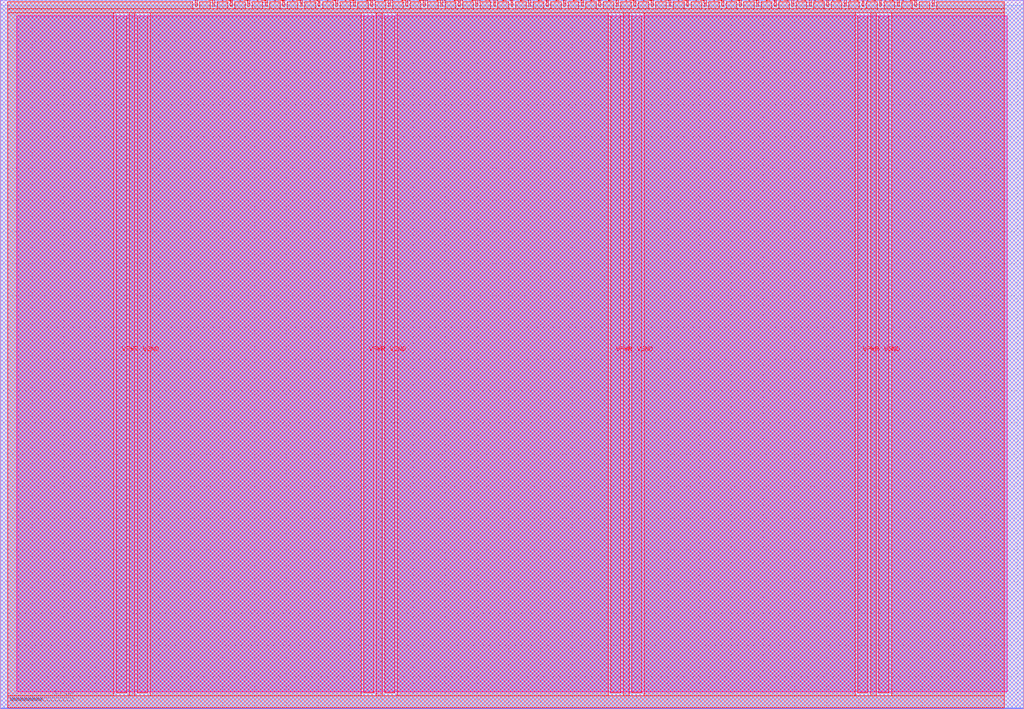
<source format=lef>
VERSION 5.7 ;
  NOWIREEXTENSIONATPIN ON ;
  DIVIDERCHAR "/" ;
  BUSBITCHARS "[]" ;
MACRO tt_um_reservoir
  CLASS BLOCK ;
  FOREIGN tt_um_reservoir ;
  ORIGIN 0.000 0.000 ;
  SIZE 161.000 BY 111.520 ;
  PIN VGND
    DIRECTION INOUT ;
    USE GROUND ;
    PORT
      LAYER met4 ;
        RECT 21.580 2.480 23.180 109.040 ;
    END
    PORT
      LAYER met4 ;
        RECT 60.450 2.480 62.050 109.040 ;
    END
    PORT
      LAYER met4 ;
        RECT 99.320 2.480 100.920 109.040 ;
    END
    PORT
      LAYER met4 ;
        RECT 138.190 2.480 139.790 109.040 ;
    END
  END VGND
  PIN VPWR
    DIRECTION INOUT ;
    USE POWER ;
    PORT
      LAYER met4 ;
        RECT 18.280 2.480 19.880 109.040 ;
    END
    PORT
      LAYER met4 ;
        RECT 57.150 2.480 58.750 109.040 ;
    END
    PORT
      LAYER met4 ;
        RECT 96.020 2.480 97.620 109.040 ;
    END
    PORT
      LAYER met4 ;
        RECT 134.890 2.480 136.490 109.040 ;
    END
  END VPWR
  PIN clk
    DIRECTION INPUT ;
    USE SIGNAL ;
    ANTENNAGATEAREA 0.852000 ;
    PORT
      LAYER met4 ;
        RECT 143.830 110.520 144.130 111.520 ;
    END
  END clk
  PIN ena
    DIRECTION INPUT ;
    USE SIGNAL ;
    PORT
      LAYER met4 ;
        RECT 146.590 110.520 146.890 111.520 ;
    END
  END ena
  PIN rst_n
    DIRECTION INPUT ;
    USE SIGNAL ;
    ANTENNAGATEAREA 0.196500 ;
    PORT
      LAYER met4 ;
        RECT 141.070 110.520 141.370 111.520 ;
    END
  END rst_n
  PIN ui_in[0]
    DIRECTION INPUT ;
    USE SIGNAL ;
    ANTENNAGATEAREA 0.196500 ;
    PORT
      LAYER met4 ;
        RECT 138.310 110.520 138.610 111.520 ;
    END
  END ui_in[0]
  PIN ui_in[1]
    DIRECTION INPUT ;
    USE SIGNAL ;
    ANTENNAGATEAREA 0.196500 ;
    PORT
      LAYER met4 ;
        RECT 135.550 110.520 135.850 111.520 ;
    END
  END ui_in[1]
  PIN ui_in[2]
    DIRECTION INPUT ;
    USE SIGNAL ;
    ANTENNAGATEAREA 0.196500 ;
    PORT
      LAYER met4 ;
        RECT 132.790 110.520 133.090 111.520 ;
    END
  END ui_in[2]
  PIN ui_in[3]
    DIRECTION INPUT ;
    USE SIGNAL ;
    ANTENNAGATEAREA 0.196500 ;
    PORT
      LAYER met4 ;
        RECT 130.030 110.520 130.330 111.520 ;
    END
  END ui_in[3]
  PIN ui_in[4]
    DIRECTION INPUT ;
    USE SIGNAL ;
    ANTENNAGATEAREA 0.196500 ;
    PORT
      LAYER met4 ;
        RECT 127.270 110.520 127.570 111.520 ;
    END
  END ui_in[4]
  PIN ui_in[5]
    DIRECTION INPUT ;
    USE SIGNAL ;
    ANTENNAGATEAREA 0.196500 ;
    PORT
      LAYER met4 ;
        RECT 124.510 110.520 124.810 111.520 ;
    END
  END ui_in[5]
  PIN ui_in[6]
    DIRECTION INPUT ;
    USE SIGNAL ;
    ANTENNAGATEAREA 0.196500 ;
    PORT
      LAYER met4 ;
        RECT 121.750 110.520 122.050 111.520 ;
    END
  END ui_in[6]
  PIN ui_in[7]
    DIRECTION INPUT ;
    USE SIGNAL ;
    ANTENNAGATEAREA 0.196500 ;
    PORT
      LAYER met4 ;
        RECT 118.990 110.520 119.290 111.520 ;
    END
  END ui_in[7]
  PIN uio_in[0]
    DIRECTION INPUT ;
    USE SIGNAL ;
    PORT
      LAYER met4 ;
        RECT 116.230 110.520 116.530 111.520 ;
    END
  END uio_in[0]
  PIN uio_in[1]
    DIRECTION INPUT ;
    USE SIGNAL ;
    PORT
      LAYER met4 ;
        RECT 113.470 110.520 113.770 111.520 ;
    END
  END uio_in[1]
  PIN uio_in[2]
    DIRECTION INPUT ;
    USE SIGNAL ;
    PORT
      LAYER met4 ;
        RECT 110.710 110.520 111.010 111.520 ;
    END
  END uio_in[2]
  PIN uio_in[3]
    DIRECTION INPUT ;
    USE SIGNAL ;
    PORT
      LAYER met4 ;
        RECT 107.950 110.520 108.250 111.520 ;
    END
  END uio_in[3]
  PIN uio_in[4]
    DIRECTION INPUT ;
    USE SIGNAL ;
    PORT
      LAYER met4 ;
        RECT 105.190 110.520 105.490 111.520 ;
    END
  END uio_in[4]
  PIN uio_in[5]
    DIRECTION INPUT ;
    USE SIGNAL ;
    PORT
      LAYER met4 ;
        RECT 102.430 110.520 102.730 111.520 ;
    END
  END uio_in[5]
  PIN uio_in[6]
    DIRECTION INPUT ;
    USE SIGNAL ;
    PORT
      LAYER met4 ;
        RECT 99.670 110.520 99.970 111.520 ;
    END
  END uio_in[6]
  PIN uio_in[7]
    DIRECTION INPUT ;
    USE SIGNAL ;
    PORT
      LAYER met4 ;
        RECT 96.910 110.520 97.210 111.520 ;
    END
  END uio_in[7]
  PIN uio_oe[0]
    DIRECTION OUTPUT ;
    USE SIGNAL ;
    PORT
      LAYER met4 ;
        RECT 49.990 110.520 50.290 111.520 ;
    END
  END uio_oe[0]
  PIN uio_oe[1]
    DIRECTION OUTPUT ;
    USE SIGNAL ;
    PORT
      LAYER met4 ;
        RECT 47.230 110.520 47.530 111.520 ;
    END
  END uio_oe[1]
  PIN uio_oe[2]
    DIRECTION OUTPUT ;
    USE SIGNAL ;
    PORT
      LAYER met4 ;
        RECT 44.470 110.520 44.770 111.520 ;
    END
  END uio_oe[2]
  PIN uio_oe[3]
    DIRECTION OUTPUT ;
    USE SIGNAL ;
    PORT
      LAYER met4 ;
        RECT 41.710 110.520 42.010 111.520 ;
    END
  END uio_oe[3]
  PIN uio_oe[4]
    DIRECTION OUTPUT ;
    USE SIGNAL ;
    PORT
      LAYER met4 ;
        RECT 38.950 110.520 39.250 111.520 ;
    END
  END uio_oe[4]
  PIN uio_oe[5]
    DIRECTION OUTPUT ;
    USE SIGNAL ;
    PORT
      LAYER met4 ;
        RECT 36.190 110.520 36.490 111.520 ;
    END
  END uio_oe[5]
  PIN uio_oe[6]
    DIRECTION OUTPUT ;
    USE SIGNAL ;
    PORT
      LAYER met4 ;
        RECT 33.430 110.520 33.730 111.520 ;
    END
  END uio_oe[6]
  PIN uio_oe[7]
    DIRECTION OUTPUT ;
    USE SIGNAL ;
    PORT
      LAYER met4 ;
        RECT 30.670 110.520 30.970 111.520 ;
    END
  END uio_oe[7]
  PIN uio_out[0]
    DIRECTION OUTPUT ;
    USE SIGNAL ;
    ANTENNADIFFAREA 0.891000 ;
    PORT
      LAYER met4 ;
        RECT 72.070 110.520 72.370 111.520 ;
    END
  END uio_out[0]
  PIN uio_out[1]
    DIRECTION OUTPUT ;
    USE SIGNAL ;
    ANTENNADIFFAREA 0.891000 ;
    PORT
      LAYER met4 ;
        RECT 69.310 110.520 69.610 111.520 ;
    END
  END uio_out[1]
  PIN uio_out[2]
    DIRECTION OUTPUT ;
    USE SIGNAL ;
    ANTENNADIFFAREA 0.891000 ;
    PORT
      LAYER met4 ;
        RECT 66.550 110.520 66.850 111.520 ;
    END
  END uio_out[2]
  PIN uio_out[3]
    DIRECTION OUTPUT ;
    USE SIGNAL ;
    ANTENNADIFFAREA 0.891000 ;
    PORT
      LAYER met4 ;
        RECT 63.790 110.520 64.090 111.520 ;
    END
  END uio_out[3]
  PIN uio_out[4]
    DIRECTION OUTPUT ;
    USE SIGNAL ;
    ANTENNADIFFAREA 0.891000 ;
    PORT
      LAYER met4 ;
        RECT 61.030 110.520 61.330 111.520 ;
    END
  END uio_out[4]
  PIN uio_out[5]
    DIRECTION OUTPUT ;
    USE SIGNAL ;
    ANTENNADIFFAREA 0.891000 ;
    PORT
      LAYER met4 ;
        RECT 58.270 110.520 58.570 111.520 ;
    END
  END uio_out[5]
  PIN uio_out[6]
    DIRECTION OUTPUT ;
    USE SIGNAL ;
    ANTENNADIFFAREA 0.891000 ;
    PORT
      LAYER met4 ;
        RECT 55.510 110.520 55.810 111.520 ;
    END
  END uio_out[6]
  PIN uio_out[7]
    DIRECTION OUTPUT ;
    USE SIGNAL ;
    ANTENNADIFFAREA 1.242000 ;
    PORT
      LAYER met4 ;
        RECT 52.750 110.520 53.050 111.520 ;
    END
  END uio_out[7]
  PIN uo_out[0]
    DIRECTION OUTPUT ;
    USE SIGNAL ;
    ANTENNADIFFAREA 0.924000 ;
    PORT
      LAYER met4 ;
        RECT 94.150 110.520 94.450 111.520 ;
    END
  END uo_out[0]
  PIN uo_out[1]
    DIRECTION OUTPUT ;
    USE SIGNAL ;
    ANTENNADIFFAREA 0.924000 ;
    PORT
      LAYER met4 ;
        RECT 91.390 110.520 91.690 111.520 ;
    END
  END uo_out[1]
  PIN uo_out[2]
    DIRECTION OUTPUT ;
    USE SIGNAL ;
    ANTENNADIFFAREA 0.924000 ;
    PORT
      LAYER met4 ;
        RECT 88.630 110.520 88.930 111.520 ;
    END
  END uo_out[2]
  PIN uo_out[3]
    DIRECTION OUTPUT ;
    USE SIGNAL ;
    ANTENNADIFFAREA 0.453750 ;
    PORT
      LAYER met4 ;
        RECT 85.870 110.520 86.170 111.520 ;
    END
  END uo_out[3]
  PIN uo_out[4]
    DIRECTION OUTPUT ;
    USE SIGNAL ;
    ANTENNADIFFAREA 0.453750 ;
    PORT
      LAYER met4 ;
        RECT 83.110 110.520 83.410 111.520 ;
    END
  END uo_out[4]
  PIN uo_out[5]
    DIRECTION OUTPUT ;
    USE SIGNAL ;
    ANTENNADIFFAREA 0.453750 ;
    PORT
      LAYER met4 ;
        RECT 80.350 110.520 80.650 111.520 ;
    END
  END uo_out[5]
  PIN uo_out[6]
    DIRECTION OUTPUT ;
    USE SIGNAL ;
    ANTENNADIFFAREA 0.453750 ;
    PORT
      LAYER met4 ;
        RECT 77.590 110.520 77.890 111.520 ;
    END
  END uo_out[6]
  PIN uo_out[7]
    DIRECTION OUTPUT ;
    USE SIGNAL ;
    ANTENNADIFFAREA 0.924000 ;
    PORT
      LAYER met4 ;
        RECT 74.830 110.520 75.130 111.520 ;
    END
  END uo_out[7]
  OBS
      LAYER nwell ;
        RECT 2.570 2.635 158.430 108.990 ;
      LAYER li1 ;
        RECT 2.760 2.635 158.240 108.885 ;
      LAYER met1 ;
        RECT 0.070 0.040 160.930 111.480 ;
      LAYER met2 ;
        RECT 0.090 0.010 160.910 111.510 ;
      LAYER met3 ;
        RECT 0.065 0.180 160.935 110.665 ;
      LAYER met4 ;
        RECT 1.215 110.120 30.270 111.170 ;
        RECT 31.370 110.120 33.030 111.170 ;
        RECT 34.130 110.120 35.790 111.170 ;
        RECT 36.890 110.120 38.550 111.170 ;
        RECT 39.650 110.120 41.310 111.170 ;
        RECT 42.410 110.120 44.070 111.170 ;
        RECT 45.170 110.120 46.830 111.170 ;
        RECT 47.930 110.120 49.590 111.170 ;
        RECT 50.690 110.120 52.350 111.170 ;
        RECT 53.450 110.120 55.110 111.170 ;
        RECT 56.210 110.120 57.870 111.170 ;
        RECT 58.970 110.120 60.630 111.170 ;
        RECT 61.730 110.120 63.390 111.170 ;
        RECT 64.490 110.120 66.150 111.170 ;
        RECT 67.250 110.120 68.910 111.170 ;
        RECT 70.010 110.120 71.670 111.170 ;
        RECT 72.770 110.120 74.430 111.170 ;
        RECT 75.530 110.120 77.190 111.170 ;
        RECT 78.290 110.120 79.950 111.170 ;
        RECT 81.050 110.120 82.710 111.170 ;
        RECT 83.810 110.120 85.470 111.170 ;
        RECT 86.570 110.120 88.230 111.170 ;
        RECT 89.330 110.120 90.990 111.170 ;
        RECT 92.090 110.120 93.750 111.170 ;
        RECT 94.850 110.120 96.510 111.170 ;
        RECT 97.610 110.120 99.270 111.170 ;
        RECT 100.370 110.120 102.030 111.170 ;
        RECT 103.130 110.120 104.790 111.170 ;
        RECT 105.890 110.120 107.550 111.170 ;
        RECT 108.650 110.120 110.310 111.170 ;
        RECT 111.410 110.120 113.070 111.170 ;
        RECT 114.170 110.120 115.830 111.170 ;
        RECT 116.930 110.120 118.590 111.170 ;
        RECT 119.690 110.120 121.350 111.170 ;
        RECT 122.450 110.120 124.110 111.170 ;
        RECT 125.210 110.120 126.870 111.170 ;
        RECT 127.970 110.120 129.630 111.170 ;
        RECT 130.730 110.120 132.390 111.170 ;
        RECT 133.490 110.120 135.150 111.170 ;
        RECT 136.250 110.120 137.910 111.170 ;
        RECT 139.010 110.120 140.670 111.170 ;
        RECT 141.770 110.120 143.430 111.170 ;
        RECT 144.530 110.120 146.190 111.170 ;
        RECT 147.290 110.120 157.945 111.170 ;
        RECT 1.215 109.440 157.945 110.120 ;
        RECT 1.215 2.080 17.880 109.440 ;
        RECT 20.280 2.080 21.180 109.440 ;
        RECT 23.580 2.080 56.750 109.440 ;
        RECT 59.150 2.080 60.050 109.440 ;
        RECT 62.450 2.080 95.620 109.440 ;
        RECT 98.020 2.080 98.920 109.440 ;
        RECT 101.320 2.080 134.490 109.440 ;
        RECT 136.890 2.080 137.790 109.440 ;
        RECT 140.190 2.080 157.945 109.440 ;
        RECT 1.215 0.175 157.945 2.080 ;
  END
END tt_um_reservoir
END LIBRARY


</source>
